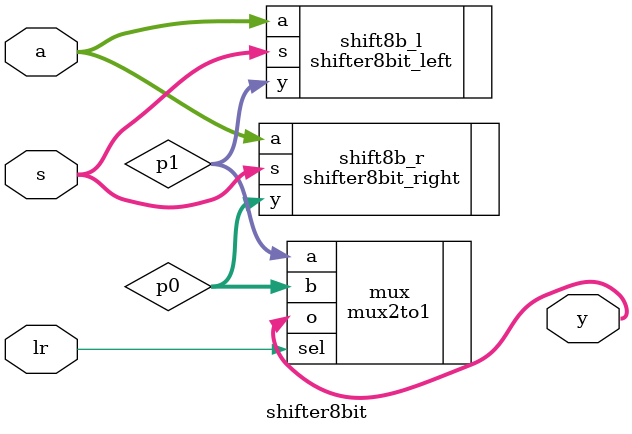
<source format=v>
module shifter8bit
(
  input wire[7:0]   a,
  input wire        lr,  
  input wire[2:0]   s,
  output wire[7:0]  y 
);

  wire[7:0] p0, p1;

  shifter8bit_right shift8b_r (
    .a(a),
    .s(s),
    .y(p0)   
  );

  shifter8bit_left shift8b_l (
    .a(a),
    .s(s),
    .y(p1)   
  );

  mux2to1 #( .DATA_WIDTH(8) ) mux(
    .sel(lr), 
    .a(p1),
    .b(p0),
    .o(y)  
  );
  
endmodule

</source>
